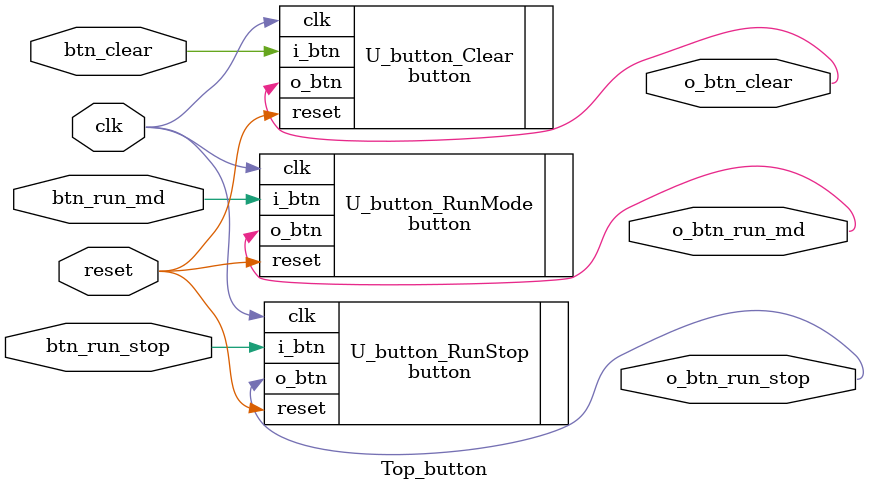
<source format=v>
`timescale 1ns / 1ps

module Top_button(
    input clk,
    input reset,
    input btn_run_stop,
    input btn_clear,
    input btn_run_md,

    output o_btn_run_stop,
    output o_btn_clear,
    output o_btn_run_md
    );

button U_button_RunStop(
    .clk(clk),    
    .reset(reset),
    .i_btn(btn_run_stop),
    //
    .o_btn(o_btn_run_stop)
);

button U_button_Clear(
    .clk(clk),    
    .reset(reset),
    .i_btn(btn_clear),
    //
    .o_btn(o_btn_clear)
);

button U_button_RunMode(
    .clk(clk),    
    .reset(reset),
    .i_btn(btn_run_md),
    //
    .o_btn(o_btn_run_md)
);

endmodule

</source>
